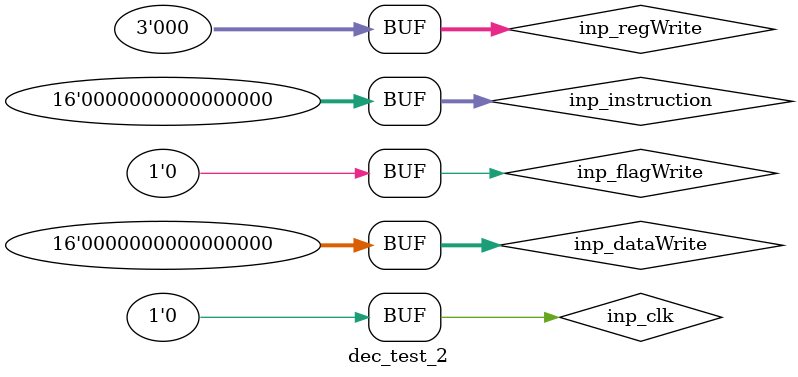
<source format=v>
`timescale 1ns / 1ps


module dec_test_2;

	// Inputs
	reg inp_clk;
	reg [15:0] inp_instruction;
	reg [15:0] inp_dataWrite;
	reg [2:0] inp_regWrite;
	reg inp_flagWrite;

	// Outputs
	wire [2:0] out_opcode;
	wire [15:0] out_readdata1;
	wire [15:0] out_readdata2;
	wire [15:0] out_SEImmidate;
	wire [2:0] out_rd;
	wire [2:0] out_rt;

	// Instantiate the Unit Under Test (UUT)
	Decode uut (
		.inp_clk(inp_clk), 
		.inp_instruction(inp_instruction), 
		.out_opcode(out_opcode), 
		.out_readdata1(out_readdata1), 
		.out_readdata2(out_readdata2), 
		.out_SEImmidate(out_SEImmidate), 
		.out_rd(out_rd), 
		.out_rt(out_rt), 
		.inp_dataWrite(inp_dataWrite), 
		.inp_regWrite(inp_regWrite), 
		.inp_flagWrite(inp_flagWrite)
	);

	initial begin
		// Initialize Inputs
		inp_clk = 0;
		inp_instruction = 0;
		inp_dataWrite = 0;
		inp_regWrite = 0;
		inp_flagWrite = 0;

		// Wait 100 ns for global reset to finish
		#100;
        
		// Add stimulus here

	end
      
endmodule


</source>
